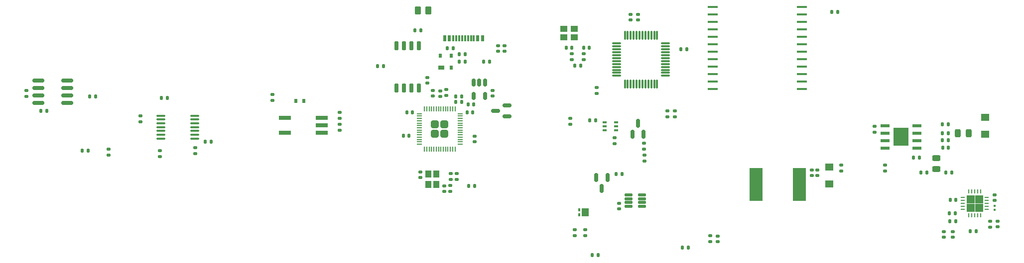
<source format=gtp>
G04 #@! TF.GenerationSoftware,KiCad,Pcbnew,6.0.7-1.fc36*
G04 #@! TF.CreationDate,2023-03-25T12:13:31+11:00*
G04 #@! TF.ProjectId,MOOD-Motherboard-r0.1.1,4d4f4f44-2d4d-46f7-9468-6572626f6172,rev?*
G04 #@! TF.SameCoordinates,Original*
G04 #@! TF.FileFunction,Paste,Top*
G04 #@! TF.FilePolarity,Positive*
%FSLAX46Y46*%
G04 Gerber Fmt 4.6, Leading zero omitted, Abs format (unit mm)*
G04 Created by KiCad (PCBNEW 6.0.7-1.fc36) date 2023-03-25 12:13:31*
%MOMM*%
%LPD*%
G01*
G04 APERTURE LIST*
G04 Aperture macros list*
%AMRoundRect*
0 Rectangle with rounded corners*
0 $1 Rounding radius*
0 $2 $3 $4 $5 $6 $7 $8 $9 X,Y pos of 4 corners*
0 Add a 4 corners polygon primitive as box body*
4,1,4,$2,$3,$4,$5,$6,$7,$8,$9,$2,$3,0*
0 Add four circle primitives for the rounded corners*
1,1,$1+$1,$2,$3*
1,1,$1+$1,$4,$5*
1,1,$1+$1,$6,$7*
1,1,$1+$1,$8,$9*
0 Add four rect primitives between the rounded corners*
20,1,$1+$1,$2,$3,$4,$5,0*
20,1,$1+$1,$4,$5,$6,$7,0*
20,1,$1+$1,$6,$7,$8,$9,0*
20,1,$1+$1,$8,$9,$2,$3,0*%
G04 Aperture macros list end*
%ADD10C,0.100000*%
%ADD11RoundRect,0.140000X-0.170000X0.140000X-0.170000X-0.140000X0.170000X-0.140000X0.170000X0.140000X0*%
%ADD12RoundRect,0.140000X0.170000X-0.140000X0.170000X0.140000X-0.170000X0.140000X-0.170000X-0.140000X0*%
%ADD13RoundRect,0.135000X-0.135000X-0.185000X0.135000X-0.185000X0.135000X0.185000X-0.135000X0.185000X0*%
%ADD14RoundRect,0.135000X0.185000X-0.135000X0.185000X0.135000X-0.185000X0.135000X-0.185000X-0.135000X0*%
%ADD15RoundRect,0.135000X0.135000X0.185000X-0.135000X0.185000X-0.135000X-0.185000X0.135000X-0.185000X0*%
%ADD16RoundRect,0.140000X0.140000X0.170000X-0.140000X0.170000X-0.140000X-0.170000X0.140000X-0.170000X0*%
%ADD17RoundRect,0.135000X-0.185000X0.135000X-0.185000X-0.135000X0.185000X-0.135000X0.185000X0.135000X0*%
%ADD18RoundRect,0.140000X-0.140000X-0.170000X0.140000X-0.170000X0.140000X0.170000X-0.140000X0.170000X0*%
%ADD19R,1.150000X1.000000*%
%ADD20R,0.650000X0.400000*%
%ADD21RoundRect,0.150000X0.587500X0.150000X-0.587500X0.150000X-0.587500X-0.150000X0.587500X-0.150000X0*%
%ADD22RoundRect,0.150000X-0.150000X0.650000X-0.150000X-0.650000X0.150000X-0.650000X0.150000X0.650000X0*%
%ADD23RoundRect,0.243750X0.456250X-0.243750X0.456250X0.243750X-0.456250X0.243750X-0.456250X-0.243750X0*%
%ADD24R,1.000000X1.150000*%
%ADD25RoundRect,0.150000X-0.150000X0.587500X-0.150000X-0.587500X0.150000X-0.587500X0.150000X0.587500X0*%
%ADD26R,0.600000X0.700000*%
%ADD27R,1.400000X1.300000*%
%ADD28R,2.311400X5.613400*%
%ADD29RoundRect,0.249999X-0.395001X-0.395001X0.395001X-0.395001X0.395001X0.395001X-0.395001X0.395001X0*%
%ADD30RoundRect,0.050000X-0.387500X-0.050000X0.387500X-0.050000X0.387500X0.050000X-0.387500X0.050000X0*%
%ADD31RoundRect,0.050000X-0.050000X-0.387500X0.050000X-0.387500X0.050000X0.387500X-0.050000X0.387500X0*%
%ADD32R,1.000000X0.700000*%
%ADD33RoundRect,0.243750X-0.243750X-0.456250X0.243750X-0.456250X0.243750X0.456250X-0.243750X0.456250X0*%
%ADD34RoundRect,0.125000X-0.537500X-0.125000X0.537500X-0.125000X0.537500X0.125000X-0.537500X0.125000X0*%
%ADD35RoundRect,0.150000X-0.150000X0.512500X-0.150000X-0.512500X0.150000X-0.512500X0.150000X0.512500X0*%
%ADD36R,0.380000X0.550000*%
%ADD37R,1.200000X1.400000*%
%ADD38R,2.600000X3.100000*%
%ADD39R,1.550000X0.600000*%
%ADD40RoundRect,0.100000X0.637500X0.100000X-0.637500X0.100000X-0.637500X-0.100000X0.637500X-0.100000X0*%
%ADD41R,0.254800X0.655599*%
%ADD42R,0.655599X0.254800*%
%ADD43RoundRect,0.075000X0.662500X0.075000X-0.662500X0.075000X-0.662500X-0.075000X0.662500X-0.075000X0*%
%ADD44RoundRect,0.075000X0.075000X0.662500X-0.075000X0.662500X-0.075000X-0.662500X0.075000X-0.662500X0*%
%ADD45RoundRect,0.150000X0.150000X-0.587500X0.150000X0.587500X-0.150000X0.587500X-0.150000X-0.587500X0*%
%ADD46R,0.600000X1.140000*%
%ADD47R,0.300000X1.140000*%
%ADD48RoundRect,0.250000X-0.262500X-0.450000X0.262500X-0.450000X0.262500X0.450000X-0.262500X0.450000X0*%
%ADD49RoundRect,0.150000X0.825000X0.150000X-0.825000X0.150000X-0.825000X-0.150000X0.825000X-0.150000X0*%
%ADD50R,1.696999X0.305600*%
%ADD51RoundRect,0.079500X-0.100500X0.079500X-0.100500X-0.079500X0.100500X-0.079500X0.100500X0.079500X0*%
%ADD52R,2.000000X0.640000*%
G04 APERTURE END LIST*
G36*
X256398451Y-63125000D02*
G01*
X255123451Y-63125000D01*
X255123451Y-61850000D01*
X256398451Y-61850000D01*
X256398451Y-63125000D01*
G37*
D10*
X256398451Y-63125000D02*
X255123451Y-63125000D01*
X255123451Y-61850000D01*
X256398451Y-61850000D01*
X256398451Y-63125000D01*
G36*
X257873451Y-63125000D02*
G01*
X256598451Y-63125000D01*
X256598451Y-61850000D01*
X257873451Y-61850000D01*
X257873451Y-63125000D01*
G37*
X257873451Y-63125000D02*
X256598451Y-63125000D01*
X256598451Y-61850000D01*
X257873451Y-61850000D01*
X257873451Y-63125000D01*
G36*
X256398451Y-61650000D02*
G01*
X255123451Y-61650000D01*
X255123451Y-60375000D01*
X256398451Y-60375000D01*
X256398451Y-61650000D01*
G37*
X256398451Y-61650000D02*
X255123451Y-61650000D01*
X255123451Y-60375000D01*
X256398451Y-60375000D01*
X256398451Y-61650000D01*
G36*
X257873451Y-61650000D02*
G01*
X256598451Y-61650000D01*
X256598451Y-60375000D01*
X257873451Y-60375000D01*
X257873451Y-61650000D01*
G37*
X257873451Y-61650000D02*
X256598451Y-61650000D01*
X256598451Y-60375000D01*
X257873451Y-60375000D01*
X257873451Y-61650000D01*
D11*
X114630500Y-46864500D03*
X114630500Y-47824500D03*
D12*
X166648600Y-43329800D03*
X166648600Y-42369800D03*
X109250000Y-53500000D03*
X109250000Y-52540000D03*
D13*
X251552500Y-56437500D03*
X252572500Y-56437500D03*
D14*
X188500000Y-67260000D03*
X188500000Y-66240000D03*
D13*
X251010000Y-48250000D03*
X252030000Y-48250000D03*
D15*
X192510000Y-70500000D03*
X191490000Y-70500000D03*
D12*
X199250000Y-30480000D03*
X199250000Y-29520000D03*
D15*
X252030000Y-51000000D03*
X251010000Y-51000000D03*
D11*
X252750000Y-66520000D03*
X252750000Y-67480000D03*
D12*
X168402400Y-57628800D03*
X168402400Y-56668800D03*
D16*
X247042500Y-53937500D03*
X246082500Y-53937500D03*
X160880200Y-46228000D03*
X159920200Y-46228000D03*
D17*
X148500000Y-48240000D03*
X148500000Y-49260000D03*
D18*
X252270000Y-64750000D03*
X253230000Y-64750000D03*
D19*
X188375000Y-32050000D03*
X186625000Y-32050000D03*
X186625000Y-33450000D03*
X188375000Y-33450000D03*
D12*
X175437000Y-35836800D03*
X175437000Y-34876800D03*
D13*
X118230000Y-43750000D03*
X119250000Y-43750000D03*
D12*
X163448200Y-41272400D03*
X163448200Y-40312400D03*
D18*
X168276800Y-44475400D03*
X169236800Y-44475400D03*
D11*
X174497000Y-42495000D03*
X174497000Y-43455000D03*
D13*
X173022000Y-37592000D03*
X174042000Y-37592000D03*
D14*
X95250000Y-43510000D03*
X95250000Y-42490000D03*
D15*
X192060000Y-47600000D03*
X191040000Y-47600000D03*
X207760000Y-69250000D03*
X206740000Y-69250000D03*
D20*
X193600000Y-47950000D03*
X193600000Y-48600000D03*
X193600000Y-49250000D03*
X195500000Y-49250000D03*
X195500000Y-48600000D03*
X195500000Y-47950000D03*
D11*
X196055000Y-61695000D03*
X196055000Y-62655000D03*
D16*
X160321400Y-50190400D03*
X159361400Y-50190400D03*
D21*
X176937500Y-46950000D03*
X176937500Y-45050000D03*
X175062500Y-46000000D03*
D17*
X200337500Y-53475000D03*
X200337500Y-54495000D03*
D22*
X161975000Y-34881000D03*
X160705000Y-34881000D03*
X159435000Y-34881000D03*
X158165000Y-34881000D03*
X158165000Y-42081000D03*
X159435000Y-42081000D03*
X160705000Y-42081000D03*
X161975000Y-42081000D03*
D15*
X256760000Y-66500000D03*
X255740000Y-66500000D03*
D16*
X169236800Y-43484800D03*
X168276800Y-43484800D03*
D23*
X250000000Y-55875000D03*
X250000000Y-54000000D03*
D11*
X204250000Y-46020000D03*
X204250000Y-46980000D03*
D24*
X163593000Y-56773800D03*
X163593000Y-58523800D03*
X164993000Y-58523800D03*
X164993000Y-56773800D03*
D25*
X194047500Y-57312500D03*
X192147500Y-57312500D03*
X193097500Y-59187500D03*
D11*
X171500000Y-50270000D03*
X171500000Y-51230000D03*
D26*
X141050000Y-44250000D03*
X142450000Y-44250000D03*
D17*
X239450000Y-48625000D03*
X239450000Y-49645000D03*
D15*
X248322500Y-56437500D03*
X247302500Y-56437500D03*
D14*
X190000000Y-37260000D03*
X190000000Y-36240000D03*
D11*
X205500000Y-46020000D03*
X205500000Y-46980000D03*
D16*
X105730000Y-52750000D03*
X104770000Y-52750000D03*
D14*
X167327400Y-59709600D03*
X167327400Y-58689600D03*
D27*
X231750000Y-58450000D03*
X231750000Y-55550000D03*
D11*
X251250000Y-66520000D03*
X251250000Y-67480000D03*
D28*
X219291600Y-58500000D03*
X226708400Y-58500000D03*
D15*
X171437400Y-58773800D03*
X170417400Y-58773800D03*
D13*
X206490000Y-35500000D03*
X207510000Y-35500000D03*
D12*
X198000000Y-30480000D03*
X198000000Y-29520000D03*
D11*
X259883450Y-60270000D03*
X259883450Y-61230000D03*
D14*
X190250000Y-67260000D03*
X190250000Y-66240000D03*
D29*
X166339500Y-48257000D03*
X164739500Y-49857000D03*
X166339500Y-49857000D03*
X164739500Y-48257000D03*
D30*
X162102000Y-46457000D03*
X162102000Y-46857000D03*
X162102000Y-47257000D03*
X162102000Y-47657000D03*
X162102000Y-48057000D03*
X162102000Y-48457000D03*
X162102000Y-48857000D03*
X162102000Y-49257000D03*
X162102000Y-49657000D03*
X162102000Y-50057000D03*
X162102000Y-50457000D03*
X162102000Y-50857000D03*
X162102000Y-51257000D03*
X162102000Y-51657000D03*
D31*
X162939500Y-52494500D03*
X163339500Y-52494500D03*
X163739500Y-52494500D03*
X164139500Y-52494500D03*
X164539500Y-52494500D03*
X164939500Y-52494500D03*
X165339500Y-52494500D03*
X165739500Y-52494500D03*
X166139500Y-52494500D03*
X166539500Y-52494500D03*
X166939500Y-52494500D03*
X167339500Y-52494500D03*
X167739500Y-52494500D03*
X168139500Y-52494500D03*
D30*
X168977000Y-51657000D03*
X168977000Y-51257000D03*
X168977000Y-50857000D03*
X168977000Y-50457000D03*
X168977000Y-50057000D03*
X168977000Y-49657000D03*
X168977000Y-49257000D03*
X168977000Y-48857000D03*
X168977000Y-48457000D03*
X168977000Y-48057000D03*
X168977000Y-47657000D03*
X168977000Y-47257000D03*
X168977000Y-46857000D03*
X168977000Y-46457000D03*
D31*
X168139500Y-45619500D03*
X167739500Y-45619500D03*
X167339500Y-45619500D03*
X166939500Y-45619500D03*
X166539500Y-45619500D03*
X166139500Y-45619500D03*
X165739500Y-45619500D03*
X165339500Y-45619500D03*
X164939500Y-45619500D03*
X164539500Y-45619500D03*
X164139500Y-45619500D03*
X163739500Y-45619500D03*
X163339500Y-45619500D03*
X162939500Y-45619500D03*
D18*
X187020000Y-35250000D03*
X187980000Y-35250000D03*
D11*
X166327400Y-58745000D03*
X166327400Y-59705000D03*
D32*
X165797000Y-38592000D03*
D26*
X167497000Y-38592000D03*
X167497000Y-36592000D03*
X165597000Y-36592000D03*
D13*
X188490000Y-38250000D03*
X189510000Y-38250000D03*
D33*
X253625000Y-49750000D03*
X255500000Y-49750000D03*
D27*
X258250000Y-49950000D03*
X258250000Y-47050000D03*
D14*
X233750000Y-56250000D03*
X233750000Y-55230000D03*
D34*
X197612500Y-60275000D03*
X197612500Y-60925000D03*
X197612500Y-61575000D03*
X197612500Y-62225000D03*
X199887500Y-62225000D03*
X199887500Y-61575000D03*
X199887500Y-60925000D03*
X199887500Y-60275000D03*
D35*
X173222000Y-41178900D03*
X172272000Y-41178900D03*
X171322000Y-41178900D03*
X171322000Y-43453900D03*
X173222000Y-43453900D03*
D17*
X187750000Y-47240000D03*
X187750000Y-48260000D03*
D12*
X124000000Y-53230000D03*
X124000000Y-52270000D03*
D11*
X148500000Y-46250000D03*
X148500000Y-47210000D03*
D16*
X252000000Y-52250000D03*
X251040000Y-52250000D03*
D13*
X251010000Y-49750000D03*
X252030000Y-49750000D03*
D14*
X192250000Y-43010000D03*
X192250000Y-41990000D03*
D12*
X165658000Y-43533000D03*
X165658000Y-42573000D03*
X229750000Y-56980000D03*
X229750000Y-56020000D03*
D11*
X167402400Y-56668800D03*
X167402400Y-57628800D03*
X211500000Y-67270000D03*
X211500000Y-68230000D03*
D18*
X170181800Y-46228000D03*
X171141800Y-46228000D03*
D13*
X168831000Y-36322000D03*
X169851000Y-36322000D03*
D18*
X170359600Y-44881800D03*
X171319600Y-44881800D03*
D13*
X232150000Y-29100000D03*
X233170000Y-29100000D03*
D17*
X259133450Y-64740000D03*
X259133450Y-65760000D03*
D36*
X189230000Y-63700000D03*
X189230000Y-62800000D03*
D37*
X190270000Y-63250000D03*
D15*
X167844400Y-35306000D03*
X166824400Y-35306000D03*
D38*
X243950000Y-50385000D03*
D39*
X241250000Y-48480000D03*
X241250000Y-49750000D03*
X241250000Y-51020000D03*
X241250000Y-52290000D03*
X246650000Y-52290000D03*
X246650000Y-51020000D03*
X246650000Y-49750000D03*
X246650000Y-48480000D03*
D11*
X162277400Y-56368800D03*
X162277400Y-57328800D03*
D40*
X123862500Y-50700000D03*
X123862500Y-50050000D03*
X123862500Y-49400000D03*
X123862500Y-48750000D03*
X123862500Y-48100000D03*
X123862500Y-47450000D03*
X123862500Y-46800000D03*
X118137500Y-46800000D03*
X118137500Y-47450000D03*
X118137500Y-48100000D03*
X118137500Y-48750000D03*
X118137500Y-49400000D03*
X118137500Y-50050000D03*
X118137500Y-50700000D03*
D11*
X200250000Y-51520000D03*
X200250000Y-52480000D03*
D16*
X98730000Y-46000000D03*
X97770000Y-46000000D03*
D41*
X257498452Y-59733100D03*
X256998450Y-59733100D03*
X256498451Y-59733100D03*
X255998452Y-59733100D03*
X255498450Y-59733100D03*
D42*
X254481551Y-60749999D03*
X254481551Y-61250001D03*
X254481551Y-61750000D03*
X254481551Y-62249999D03*
X254481551Y-62750001D03*
D41*
X255498450Y-63766900D03*
X255998452Y-63766900D03*
X256498451Y-63766900D03*
X256998450Y-63766900D03*
X257498452Y-63766900D03*
D42*
X258515351Y-62750001D03*
X258515351Y-62249999D03*
X258515351Y-61750000D03*
X258515351Y-61250001D03*
X258515351Y-60749999D03*
D13*
X195490000Y-56750000D03*
X196510000Y-56750000D03*
X154962000Y-38400000D03*
X155982000Y-38400000D03*
D14*
X195300000Y-51610000D03*
X195300000Y-50590000D03*
D17*
X137106000Y-43160000D03*
X137106000Y-44180000D03*
D12*
X118000000Y-53730000D03*
X118000000Y-52770000D03*
X228750000Y-56980000D03*
X228750000Y-56020000D03*
D43*
X203912500Y-40000000D03*
X203912500Y-39500000D03*
X203912500Y-39000000D03*
X203912500Y-38500000D03*
X203912500Y-38000000D03*
X203912500Y-37500000D03*
X203912500Y-37000000D03*
X203912500Y-36500000D03*
X203912500Y-36000000D03*
X203912500Y-35500000D03*
X203912500Y-35000000D03*
X203912500Y-34500000D03*
D44*
X202500000Y-33087500D03*
X202000000Y-33087500D03*
X201500000Y-33087500D03*
X201000000Y-33087500D03*
X200500000Y-33087500D03*
X200000000Y-33087500D03*
X199500000Y-33087500D03*
X199000000Y-33087500D03*
X198500000Y-33087500D03*
X198000000Y-33087500D03*
X197500000Y-33087500D03*
X197000000Y-33087500D03*
D43*
X195587500Y-34500000D03*
X195587500Y-35000000D03*
X195587500Y-35500000D03*
X195587500Y-36000000D03*
X195587500Y-36500000D03*
X195587500Y-37000000D03*
X195587500Y-37500000D03*
X195587500Y-38000000D03*
X195587500Y-38500000D03*
X195587500Y-39000000D03*
X195587500Y-39500000D03*
X195587500Y-40000000D03*
D44*
X197000000Y-41412500D03*
X197500000Y-41412500D03*
X198000000Y-41412500D03*
X198500000Y-41412500D03*
X199000000Y-41412500D03*
X199500000Y-41412500D03*
X200000000Y-41412500D03*
X200500000Y-41412500D03*
X201000000Y-41412500D03*
X201500000Y-41412500D03*
X202000000Y-41412500D03*
X202500000Y-41412500D03*
D15*
X253143450Y-63401900D03*
X252123450Y-63401900D03*
D11*
X212750000Y-67290000D03*
X212750000Y-68250000D03*
D13*
X168831000Y-37592000D03*
X169851000Y-37592000D03*
D12*
X176554600Y-35836800D03*
X176554600Y-34876800D03*
D11*
X164347000Y-42495000D03*
X164347000Y-43455000D03*
D18*
X190020000Y-35250000D03*
X190980000Y-35250000D03*
D45*
X198300000Y-49937500D03*
X200200000Y-49937500D03*
X199250000Y-48062500D03*
D16*
X253265350Y-61134998D03*
X252305350Y-61134998D03*
D15*
X126710000Y-51250000D03*
X125690000Y-51250000D03*
D46*
X172795000Y-33604400D03*
X171995000Y-33604400D03*
D47*
X170845000Y-33604400D03*
X169845000Y-33604400D03*
X169345000Y-33604400D03*
X168345000Y-33604400D03*
D46*
X166395000Y-33604400D03*
X167195000Y-33604400D03*
D47*
X167845000Y-33604400D03*
X168845000Y-33604400D03*
X170345000Y-33604400D03*
X171345000Y-33604400D03*
D48*
X161809500Y-28875000D03*
X163634500Y-28875000D03*
D49*
X102225000Y-44655000D03*
X102225000Y-43385000D03*
X102225000Y-42115000D03*
X102225000Y-40845000D03*
X97275000Y-40845000D03*
X97275000Y-42115000D03*
X97275000Y-43385000D03*
X97275000Y-44655000D03*
D15*
X107010000Y-43500000D03*
X105990000Y-43500000D03*
D50*
X211935500Y-28270000D03*
X211935500Y-29540000D03*
X211935500Y-30810000D03*
X211935500Y-32080000D03*
X211935500Y-33350000D03*
X211935500Y-34620000D03*
X211935500Y-35890000D03*
X211935500Y-37160000D03*
X211935500Y-38430000D03*
X211935500Y-39700000D03*
X211935500Y-40970000D03*
X211935500Y-42240000D03*
X227094500Y-42240000D03*
X227094500Y-40970000D03*
X227094500Y-39700000D03*
X227094500Y-38430000D03*
X227094500Y-37160000D03*
X227094500Y-35890000D03*
X227094500Y-34620000D03*
X227094500Y-33350000D03*
X227094500Y-32080000D03*
X227094500Y-30810000D03*
X227094500Y-29540000D03*
X227094500Y-28270000D03*
D15*
X162357000Y-32275000D03*
X161337000Y-32275000D03*
D51*
X259883450Y-62845000D03*
X259883450Y-62155000D03*
D11*
X260383450Y-64770000D03*
X260383450Y-65730000D03*
D14*
X188000000Y-37250000D03*
X188000000Y-36230000D03*
D52*
X139200000Y-47180000D03*
X139200000Y-49720000D03*
X145500000Y-49720000D03*
X145500000Y-48450000D03*
X145500000Y-47180000D03*
D14*
X241250000Y-56250000D03*
X241250000Y-55230000D03*
M02*

</source>
